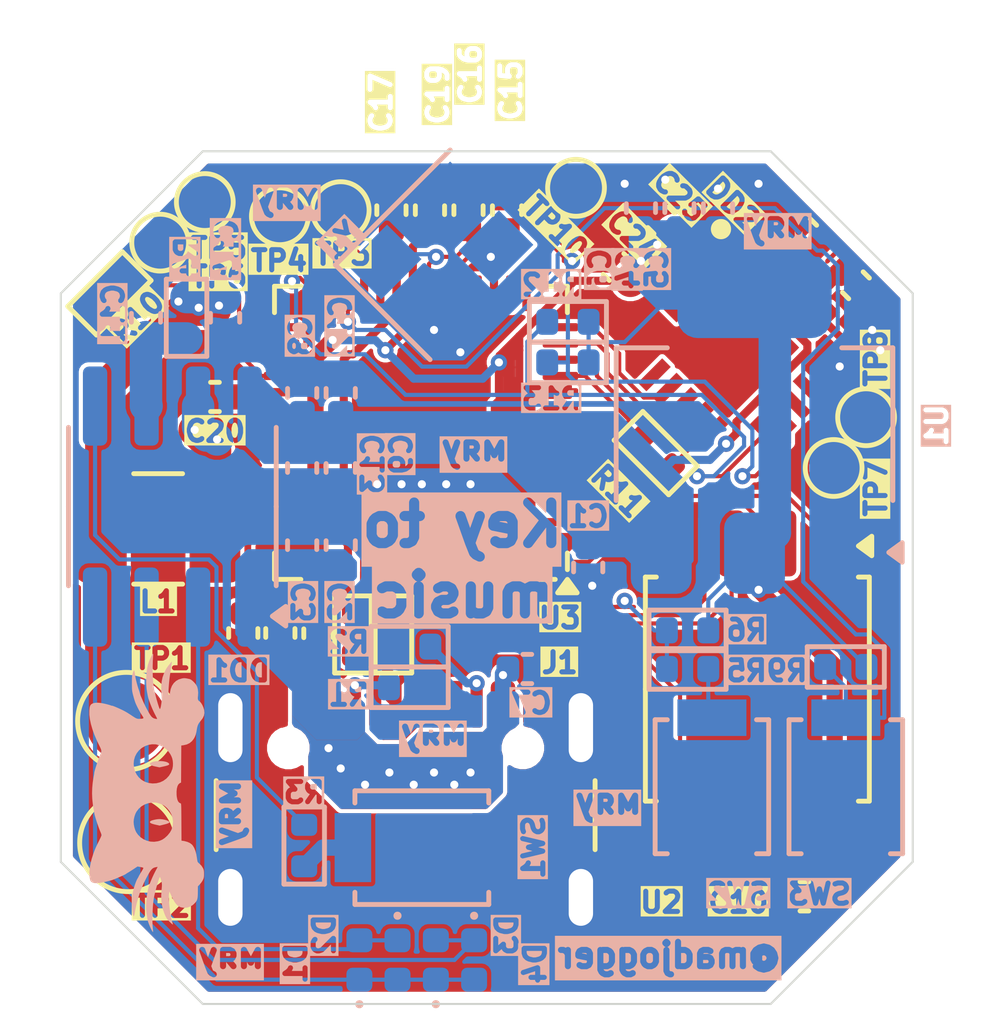
<source format=kicad_pcb>
(kicad_pcb (version 20241229) (generator "pcbnew") (generator_version "9.0")
  (layers (0 "F.Cu" signal) (2 "B.Cu" signal) (13 "F.Paste" user) (15 "B.Paste" user) (5 "F.SilkS" user "F.Silkscreen") (7 "B.SilkS" user "B.Silkscreen") (1 "F.Mask" user) (3 "B.Mask" user) (25 "Edge.Cuts" user))
  (net 0 "")
  (net 3 "Earth")
  (net 4 "+3.3V")
  (net 5 "+5V")
  (net 6 "+5V USB")
  (net 7 "Net-(D1-A)")
  (net 8 "Net-(D1-K)")
  (net 9 "Net-(DD1-BAT)")
  (net 10 "Net-(D3-A)")
  (net 11 "Net-(DD1-KEY)")
  (net 12 "Net-(DD1-SW)")
  (net 18 "Net-(C14-Pad1)")
  (net 19 "Net-(U3-XIN)")
  (net 20 "Net-(U3-XOUT)")
  (net 21 "Net-(U3-VREG_VOUT)")
  (net 22 "Net-(DD2-VREF)")
  (net 23 "MCLK")
  (net 24 "BCK")
  (net 25 "Net-(DD2-SPKOUT+)")
  (net 26 "DIN")
  (net 27 "SCL")
  (net 28 "SDA")
  (net 29 "WSEL")
  (net 30 "Net-(DD2-SPKOUT_-)")
  (net 31 "USB-")
  (net 32 "Net-(J1-CC1)")
  (net 33 "USB+")
  (net 34 "Net-(J1-CC2)")
  (net 35 "Net-(R3-Pad2)")
  (net 36 "Net-(U2-~{CS})")
  (net 37 "Net-(R5-Pad2)")
  (net 38 "Net-(U3-USB_DM)")
  (net 39 "Net-(U3-USB_DP)")
  (net 40 "Net-(U3-RUN)")
  (net 41 "Net-(R10-Pad1)")
  (net 42 "Net-(U3-GPIO8)")
  (net 43 "Net-(U3-SWCLK)")
  (net 44 "Net-(U3-SWD)")
  (net 45 "Net-(U2-~{WP}{slash}IO_{2})")
  (net 46 "Net-(U2-DO{slash}IO_{1})")
  (net 47 "Net-(U2-CLK)")
  (net 48 "Net-(U2-~{HOLD}{slash}~{RESET}{slash}IO_{3})")
  (net 49 "Net-(U2-DI{slash}IO_{0})")
  (net 70 "Net-(U3-GPIO21)")
  (net 71 "Net-(U3-GPIO20)")
  (footprint "Capacitor_SMD:C_0402_1005Metric" (layer "F.Cu") (at 160.3 105.05 180)
    (property "Reference" "C20")
    (property "Value" "22uF" (hide yes))
  )
  (footprint "Capacitor_SMD:C_0402_1005Metric" (layer "F.Cu") (at 174.83 117.35 180)
    (property "Reference" "C10")
    (property "Value" "100nF" (hide yes))
  )
  (footprint "Capacitor_SMD:C_0402_1005Metric" (layer "F.Cu") (at 170.2 101.85 -45)
    (property "Reference" "C24")
    (property "Value" "10uF" (hide yes))
  )
  (footprint "Capacitor_SMD:C_0402_1005Metric" (layer "F.Cu") (at 160.998178 110.864209 -90)
    (property "Reference" "C22" (hide yes))
    (property "Value" "22uF" (hide yes))
  )
  (footprint "Capacitor_SMD:C_0402_1005Metric" (layer "F.Cu") (at 165.6 100.45 90)
    (property "Reference" "C19")
    (property "Value" "22uF" (hide yes))
  )
  (footprint "Package_DFN_QFN:QFN-56-1EP_7x7mm_P0.4mm_EP3.2x3.2mm" (layer "F.Cu") (at 165.377693 105.933595 180)
    (property "Reference" "U3")
    (property "Value" "RP2040" (hide yes))
  )
  (footprint "Key-to-music:QFN50P400X400X80-21N" (layer "F.Cu") (at 173.215193 103.833595 -45)
    (property "Reference" "DD2")
    (property "Value" "NAU88C10" (hide yes))
  )
  (footprint "Capacitor_SMD:C_0402_1005Metric" (layer "F.Cu") (at 167.5 100.45 90)
    (property "Reference" "C15")
    (property "Value" "15pF" (hide yes))
  )
  (footprint "PCM_Resistor_SMD_AKL:R_0402_1005Metric" (layer "F.Cu") (at 163.75 110.9 -90)
    (property "Reference" "R7" (hide yes))
    (property "Value" "27R" (hide yes))
  )
  (footprint "TestPoint:TestPoint_Pad_D1.0mm" (layer "F.Cu") (at 169.2 99.9)
    (property "Reference" "TP10")
    (property "Value" "BTN-" (hide yes))
  )
  (footprint "Capacitor_SMD:C_0402_1005Metric" (layer "F.Cu") (at 162.849926 110.870558 90)
    (property "Reference" "C18" (hide yes))
    (property "Value" "22uF" (hide yes))
  )
  (footprint "TestPoint:TestPoint_Pad_D2.0mm" (layer "F.Cu") (at 158.165193 116.033595)
    (property "Reference" "TP2")
    (property "Value" "BAT-" (hide yes))
  )
  (footprint "Capacitor_SMD:C_0402_1005Metric" (layer "F.Cu") (at 171.3 100.7 -45)
    (property "Reference" "C25")
    (property "Value" "10uF" (hide yes))
  )
  (footprint "PCM_Resistor_SMD_AKL:R_0402_1005Metric" (layer "F.Cu") (at 171.165193 106.433595 135)
    (property "Reference" "R11")
    (property "Value" "0R" (hide yes))
  )
  (footprint "Capacitor_SMD:C_0402_1005Metric" (layer "F.Cu") (at 166.55 100.45 -90)
    (property "Reference" "C16")
    (property "Value" "15pF" (hide yes))
  )
  (footprint "PCM_Resistor_SMD_AKL:R_0402_1005Metric" (layer "F.Cu") (at 157.7 102.5 -135)
    (property "Reference" "R10")
    (property "Value" "220R" (hide yes))
  )
  (footprint "TestPoint:TestPoint_Pad_D1.0mm" (layer "F.Cu") (at 161.9 100.6)
    (property "Reference" "TP4")
    (property "Value" "SWD" (hide yes))
  )
  (footprint "Inductor_SMD:L_1210_3225Metric" (layer "F.Cu") (at 158.9 108.3 180)
    (property "Reference" "L1")
    (property "Value" "LQH32CN1R0M33L" (hide yes))
  )
  (footprint "Capacitor_SMD:C_0402_1005Metric" (layer "F.Cu") (at 164.65 100.45 -90)
    (property "Reference" "C17")
    (property "Value" "22uF" (hide yes))
  )
  (footprint "Connector_USB:USB_C_Receptacle_GCT_USB4105-xx-A_16P_TopMnt_Horizontal" (layer "F.Cu") (at 165 116.3)
    (property "Reference" "J1")
    (property "Value" "USB_C_Receptacle_USB2.0_16P" (hide yes))
  )
  (footprint "Capacitor_SMD:C_0402_1005Metric" (layer "F.Cu") (at 161.911781 110.863431 -90)
    (property "Reference" "C21" (hide yes))
    (property "Value" "22uF" (hide yes))
  )
  (footprint "TestPoint:TestPoint_Pad_D2.0mm" (layer "F.Cu") (at 158.115193 113.033595)
    (property "Reference" "TP1")
    (property "Value" "BAT+" (hide yes))
  )
  (footprint "TestPoint:TestPoint_Pad_D1.0mm" (layer "F.Cu") (at 175.55 106.8)
    (property "Reference" "TP7")
    (property "Value" "SP+" (hide yes))
  )
  (footprint "Capacitor_SMD:C_0402_1005Metric" (layer "F.Cu") (at 176.1 102.3 135)
    (property "Reference" "C26" (hide yes))
    (property "Value" "10uF" (hide yes))
  )
  (footprint "Package_SO:SOIC-8_5.3x5.3mm_P1.27mm" (layer "F.Cu") (at 173.670193 112.246095 -90)
    (property "Reference" "U2")
    (property "Value" "W25Q128JVS" (hide yes))
  )
  (footprint "TestPoint:TestPoint_Pad_D1.0mm" (layer "F.Cu") (at 158.95 101.25)
    (property "Reference" "TP6")
    (property "Value" "LED" (hide yes))
  )
  (footprint "Capacitor_SMD:C_0402_1005Metric" (layer "F.Cu") (at 174.8 101 135)
    (property "Reference" "C23" (hide yes))
    (property "Value" "10uF" (hide yes))
  )
  (footprint "TestPoint:TestPoint_Pad_D1.0mm" (layer "F.Cu") (at 160.05 100.25)
    (property "Reference" "TP5")
    (property "Value" "BTN" (hide yes))
  )
  (footprint "TestPoint:TestPoint_Pad_D1.0mm" (layer "F.Cu") (at 176.35 105.55)
    (property "Reference" "TP8")
    (property "Value" "SP-" (hide yes))
  )
  (footprint "TestPoint:TestPoint_Pad_D1.0mm" (layer "F.Cu") (at 163.4 100.45)
    (property "Reference" "TP3")
    (property "Value" "SWCLK" (hide yes))
  )
  (footprint "PCM_Resistor_SMD_AKL:R_0402_1005Metric" (layer "F.Cu") (at 164.65 110.9 -90)
    (property "Reference" "R8" (hide yes))
    (property "Value" "27R" (hide yes))
  )
  (footprint "Capacitor_SMD:C_0402_1005Metric" (layer "B.Cu") (at 172.7 100.4 90)
    (property "Reference" "C5")
    (property "Value" "10uF")
  )
  (footprint "PCM_Resistor_SMD_AKL:R_0402_1005Metric" (layer "B.Cu") (at 171.95 111.75)
    (property "Reference" "R5")
    (property "Value" "1K" (hide yes))
  )
  (footprint "PCM_Resistor_SMD_AKL:R_0402_1005Metric" (layer "B.Cu") (at 165.1 112.2)
    (property "Reference" "R1")
    (property "Value" "5.1K" (hide yes))
  )
  (footprint "LED_SMD:LED_0402_1005Metric" (layer "B.Cu") (at 163.860842 118.9175 90)
    (property "Reference" "D1")
    (property "Value" "LED")
  )
  (footprint "Crystal:Crystal_SMD_Abracon_ABM8G-4Pin_3.2x2.5mm" (layer "B.Cu") (at 165.85 101.55 45)
    (property "Reference" "Y1")
    (property "Value" "Crystal_GND24")
  )
  (footprint "Capacitor_SMD:C_0402_1005Metric" (layer "B.Cu") (at 162.45 104.95 -90)
    (property "Reference" "C8")
    (property "Value" "22uF")
  )
  (footprint "Button_Switch_SMD:SW_SPST_B3U-1000P" (layer "B.Cu") (at 172.55 114.65 90)
    (property "Reference" "SW2")
    (property "Value" "SW_Push")
  )
  (footprint "Capacitor_SMD:C_0402_1005Metric" (layer "B.Cu") (at 163.4 104.95 -90)
    (property "Reference" "C12")
    (property "Value" "22uF")
  )
  (footprint "PCM_Resistor_SMD_AKL:R_0402_1005Metric" (layer "B.Cu") (at 175.85 111.7)
    (property "Reference" "R9")
    (property "Value" "10K" (hide yes))
  )
  (footprint "PCM_Resistor_SMD_AKL:R_0402_1005Metric" (layer "B.Cu") (at 171.95 110.8)
    (property "Reference" "R6")
    (property "Value" "10K" (hide yes))
  )
  (footprint "PCM_Resistor_SMD_AKL:R_0402_1005Metric" (layer "B.Cu") (at 159.6 103.1 90)
    (property "Reference" "R4")
    (property "Value" "0.5R" (hide yes))
  )
  (footprint "Capacitor_SMD:C_0402_1005Metric" (layer "B.Cu") (at 162.45 108.7 90)
    (property "Reference" "C3")
    (property "Value" "22uF")
  )
  (footprint "Capacitor_SMD:C_0402_1005Metric" (layer "B.Cu") (at 162.45 106.8 90)
    (property "Reference" "C13")
    (property "Value" "22uF")
  )
  (footprint "Capacitor_SMD:C_0402_1005Metric" (layer "B.Cu") (at 168 111.75)
    (property "Reference" "C7")
    (property "Value" "22uF")
  )
  (footprint "Capacitor_SMD:C_0402_1005Metric" (layer "B.Cu") (at 163.4 108.7 90)
    (property "Reference" "C2")
    (property "Value" "22uF")
  )
  (footprint "Capacitor_SMD:C_0402_1005Metric" (layer "B.Cu") (at 163.4 106.8 90)
    (property "Reference" "C9")
    (property "Value" "22uF")
  )
  (footprint "PCM_Resistor_SMD_AKL:R_0402_1005Metric" (layer "B.Cu") (at 169 103.2)
    (property "Reference" "R12")
    (property "Value" "10K" (hide yes))
  )
  (footprint "LED_SMD:LED_0402_1005Metric" (layer "B.Cu") (at 164.8 118.9175 -90)
    (property "Reference" "D2")
    (property "Value" "LED")
  )
  (footprint "PCM_Resistor_SMD_AKL:R_0402_1005Metric" (layer "B.Cu") (at 165.1 111.2 180)
    (property "Reference" "R2")
    (property "Value" "5.1K" (hide yes))
  )
  (footprint "PCM_Resistor_SMD_AKL:R_0402_1005Metric" (layer "B.Cu") (at 169 104.2)
    (property "Reference" "R13")
    (property "Value" "10K" (hide yes))
  )
  (footprint "Package_SO:HSOP-8-1EP_3.9x4.9mm_P1.27mm_EP2.3x2.3mm" (layer "B.Cu") (at 159.25 107.75 90)
    (property "Reference" "DD1")
    (property "Value" "IP5306")
  )
  (footprint "Capacitor_SMD:C_0402_1005Metric" (layer "B.Cu") (at 171.75 100.4 90)
    (property "Reference" "C4")
    (property "Value" "22uF")
  )
  (footprint "LOGO" (layer "B.Cu") (at 158.6 114.8 -90)
    (property "Reference" "G***" (hide yes))
    (property "Value" "LOGO" (hide yes))
  )
  (footprint "LED_SMD:LED_0402_1005Metric" (layer "B.Cu") (at 165.745649 118.916405 90)
    (property "Reference" "D3")
    (property "Value" "LED")
  )
  (footprint "Capacitor_SMD:C_0402_1005Metric" (layer "B.Cu") (at 169.5 109.25 -90)
    (property "Reference" "C1")
    (property "Value" "22uF")
  )
  (footprint "PCM_Resistor_SMD_AKL:R_0402_1005Metric" (layer "B.Cu") (at 162.5 116.1 -90)
    (property "Reference" "R3")
    (property "Value" "10K" (hide yes))
  )
  (footprint "Package_TO_SOT_SMD:SOT-223-3_TabPin2" (layer "B.Cu") (at 173.6 105.75 90)
    (property "Reference" "U1")
    (property "Value" "AP1117-33")
  )
  (footprint "Capacitor_SMD:C_0402_1005Metric" (layer "B.Cu") (at 158.6 103.1 90)
    (property "Reference" "C11")
    (property "Value" "22uF")
  )
  (footprint "LED_SMD:LED_0402_1005Metric" (layer "B.Cu") (at 166.687804 118.9175 -90)
    (property "Reference" "D4")
    (property "Value" "LED")
  )
  (footprint "Capacitor_SMD:C_0402_1005Metric" (layer "B.Cu") (at 170.8 100.4 90)
    (property "Reference" "C6")
    (property "Value" "100nF")
  )
  (footprint "Button_Switch_SMD:SW_SPST_B3U-1000P" (layer "B.Cu") (at 165.4 116.15)
    (property "Reference" "SW1")
    (property "Value" "B3U1000P")
  )
  (footprint "Button_Switch_SMD:SW_SPST_B3U-1000P" (layer "B.Cu") (at 175.85 114.65 90)
    (property "Reference" "SW3")
    (property "Value" "SW_Push")
  )
  (footprint "Capacitor_SMD:C_0402_1005Metric" (layer "B.Cu") (at 160.55 103.1 -90)
    (property "Reference" "C14")
    (property "Value" "22uF")
  )
  (gr_line (start 156.5 102.5) (end 156.5 116.5) (stroke (width 0.05)) (layer "Edge.Cuts"))
  (gr_line (start 160 120) (end 174 120) (stroke (width 0.05)) (layer "Edge.Cuts"))
  (gr_line (start 156.5 116.5) (end 160 120) (stroke (width 0.05)) (layer "Edge.Cuts"))
  (gr_line (start 174 120) (end 177.5 116.5) (stroke (width 0.05)) (layer "Edge.Cuts"))
  (gr_line (start 174 99) (end 160 99) (stroke (width 0.05)) (layer "Edge.Cuts"))
  (gr_line (start 160 99) (end 156.5 102.5) (stroke (width 0.05)) (layer "Edge.Cuts"))
  (gr_line (start 177.5 116.5) (end 177.5 102.5) (stroke (width 0.05)) (layer "Edge.Cuts"))
  (gr_line (start 177.5 102.5) (end 174 99) (stroke (width 0.05)) (layer "Edge.Cuts"))
  (gr_text "мяу" (at 160.7 118.8 0) (layer "B.SilkS" knockout) (effects (font (size 0.6 0.6) (thickness 0.15) (bold yes)) (justify mirror)))
  (gr_text "мяу" (at 174.2 100.8 0) (layer "B.SilkS" knockout) (effects (font (size 0.6 0.6) (thickness 0.15) (bold yes)) (justify mirror)))
  (gr_text "Key to" (at 166.4 108.2 0) (layer "B.SilkS" knockout) (effects (font (size 1 1) (thickness 0.25) (bold yes)) (justify mirror)))
  (gr_text "music" (at 166.41745 109.932415 0) (layer "B.SilkS" knockout) (effects (font (size 1 1) (thickness 0.25) (bold yes)) (justify mirror)))
  (gr_text "@madjogger" (at 171.5 118.8 0) (layer "B.SilkS" knockout) (effects (font (size 0.6 0.6) (thickness 0.15) (bold yes)) (justify mirror)))
  (gr_text "мяу" (at 162.1 100.1 0) (layer "B.SilkS" knockout) (effects (font (size 0.6 0.6) (thickness 0.15) (bold yes)) (justify mirror)))
  (gr_text "мяу" (at 165.7 113.3 0) (layer "B.SilkS" knockout) (effects (font (size 0.6 0.6) (thickness 0.15) (bold yes)) (justify mirror)))
  (gr_text "мяу" (at 160.6 115.3 90) (layer "B.SilkS" knockout) (effects (font (size 0.6 0.6) (thickness 0.15) (bold yes)) (justify mirror)))
  (gr_text "мяу" (at 166.7 106.3 0) (layer "B.SilkS" knockout) (effects (font (size 0.6 0.6) (thickness 0.15) (bold yes)) (justify mirror)))
  (gr_text "мяу" (at 170 115 0) (layer "B.SilkS" knockout) (effects (font (size 0.6 0.6) (thickness 0.15) (bold yes)) (justify mirror)))
  (segment (start 165.377693 105.933595) (end 165.377693 103.722307) (width 0.2) (layer "F.Cu") (net 3))
  (segment (start 171.800979 103.833595) (end 173.215193 103.833595) (width 0.2) (layer "F.Cu") (net 3))
  (segment (start 170.641405 108.658595) (end 169.6 109.7) (width 0.4) (layer "F.Cu") (net 3))
  (segment (start 171.129228 103.161844) (end 171.800979 103.833595) (width 0.2) (layer "F.Cu") (net 3))
  (segment (start 166.349185 103.949185) (end 166.349185 103.406201) (width 0.2) (layer "F.Cu") (net 3))
  (segment (start 166.377693 103.377693) (end 166.377693 102.496095) (width 0.2) (layer "F.Cu") (net 3))
  (segment (start 165.377693 103.722307) (end 165.7 103.4) (width 0.2) (layer "F.Cu") (net 3))
  (segment (start 171.836335 102.454737) (end 173.215193 103.833595) (width 0.2) (layer "F.Cu") (net 3))
  (segment (start 166.377693 103.977693) (end 166.377693 104.933595) (width 0.2) (layer "F.Cu") (net 3))
  (segment (start 166.349185 103.406201) (end 166.377693 103.377693) (width 0.2) (layer "F.Cu") (net 3))
  (segment (start 175.301158 104.505346) (end 175.494654 104.505346) (width 0.4) (layer "F.Cu") (net 3))
  (segment (start 166.377693 104.933595) (end 165.377693 105.933595) (width 0.2) (layer "F.Cu") (net 3))
  (segment (start 171.765193 108.658595) (end 170.641405 108.658595) (width 0.4) (layer "F.Cu") (net 3))
  (segment (start 175.494654 104.505346) (end 175.7 104.3) (width 0.4) (layer "F.Cu") (net 3))
  (segment (start 166.349185 103.949185) (end 166.377693 103.977693) (width 0.2) (layer "F.Cu") (net 3))
  (via (at 169.6 109.7) (size 0.4) (drill 0.2) (layers "F.Cu" "B.Cu") (net 3))
  (via (at 176.7 103.9) (size 0.4) (drill 0.2) (layers "F.Cu" "B.Cu") (net 3))
  (via (at 175.7 104.3) (size 0.4) (drill 0.2) (layers "F.Cu" "B.Cu") (net 3))
  (via (at 164.3 107.2) (size 0.4) (drill 0.2) (layers "F.Cu" "B.Cu") (net 3))
  (via (at 170.4 99.8) (size 0.4) (drill 0.2) (layers "F.Cu" "B.Cu") (net 3))
  (via (at 164.9 107.2) (size 0.4) (drill 0.2) (layers "F.Cu" "B.Cu") (net 3))
  (via (at 172.7 99.92) (size 0.4) (drill 0.2) (layers "F.Cu" "B.Cu") (net 3))
  (via (at 176.5 103.4) (size 0.4) (drill 0.2) (layers "F.Cu" "B.Cu") (net 3))
  (via (at 171.4 99.7) (size 0.4) (drill 0.2) (layers "F.Cu" "B.Cu") (net 3))
  (via (at 166 107.2) (size 0.4) (drill 0.2) (layers "F.Cu" "B.Cu") (net 3))
  (via (at 166.349185 103.949185) (size 0.4) (drill 0.2) (layers "F.Cu" "B.Cu") (net 3))
  (via (at 165.4 107.2) (size 0.4) (drill 0.2) (layers "F.Cu" "B.Cu") (net 3))
  (via (at 173.7 99.8) (size 0.4) (drill 0.2) (layers "F.Cu" "B.Cu") (net 3))
  (via (at 165.7 103.4) (size 0.4) (drill 0.2) (layers "F.Cu" "B.Cu") (net 3))
  (via (at 166.6 107.2) (size 0.4) (drill 0.2) (layers "F.Cu" "B.Cu") (net 3))
  (segment (start 164.59 111.2) (end 164.61 111.2) (width 0.4) (layer "B.Cu") (net 3))
  (segment (start 164.61 111.2) (end 165.61 112.2) (width 0.4) (layer "B.Cu") (net 3))
  (segment (start 165.7 102.955635) (end 165.673223 102.928858) (width 0.2) (layer "B.Cu") (net 3))
  (segment (start 166.249185 103.949185) (end 165.7 103.4) (width 0.2) (layer "B.Cu") (net 3))
  (segment (start 165.7 103.4) (end 165.7 102.955635) (width 0.2) (layer "B.Cu") (net 3))
  (segment (start 169.6 109.7) (end 169.53 109.7) (width 0.4) (layer "B.Cu") (net 3))
  (segment (start 169.53 109.7) (end 169.5 109.73) (width 0.4) (layer "B.Cu") (net 3))
  (segment (start 166.349185 103.949185) (end 166.249185 103.949185) (width 0.2) (layer "B.Cu") (net 3))
  (segment (start 167.31656 104.18344) (end 167.31656 104.036112) (width 0.2) (layer "F.Cu") (net 4))
  (segment (start 162.777693 104.069907) (end 163.2 103.6476) (width 0.4) (layer "F.Cu") (net 4))
  (segment (start 162.580293 104.730995) (end 162.580293 104.267307) (width 0.2) (layer "F.Cu") (net 4))
  (segment (start 167.3 104.2) (end 167.31656 104.18344) (width 0.2) (layer "F.Cu") (net 4))
  (segment (start 162.580293 104.267307) (end 163.2 103.6476) (width 0.2) (layer "F.Cu") (net 4))
  (segment (start 167.8 104.8) (end 167.8 105.1) (width 0.2) (layer "F.Cu") (net 4))
  (segment (start 161.940193 104.933595) (end 160.896405 104.933595) (width 0.2) (layer "F.Cu") (net 4))
  (segment (start 160.896405 104.933595) (end 160.78 105.05) (width 0.2) (layer "F.Cu") (net 4))
  (segment (start 167.8 103.9) (end 167.8 104.8) (width 0.2) (layer "F.Cu") (net 4))
  (segment (start 171.482781 102.80829) (end 170.863902 102.189411) (width 0.2) (layer "F.Cu") (net 4))
  (segment (start 171.639411 101.550706) (end 171.639411 101.039411) (width 0.2) (layer "F.Cu") (net 4))
  (segment (start 167.3 104.5) (end 167.3 105) (width 0.2) (layer "F.Cu") (net 4))
  (segment (start 170.539411 102.189411) (end 169.163261 102.189411) (width 0.2) (layer "F.Cu") (net 4))
  (segment (start 167.3 104.2) (end 167.3 104.5) (width 0.2) (layer "F.Cu") (net 4))
  (segment (start 167.4 104.4) (end 167.5 104.5) (width 0.2) (layer "F.Cu") (net 4))
  (segment (start 161.940193 104.933595) (end 162.377693 104.933595) (width 0.2) (layer "F.Cu") (net 4))
  (segment (start 167.35 104.35) (end 167.4 104.4) (width 0.2) (layer "F.Cu") (net 4))
  (segment (start 175.575193 111.675193) (end 173.7 109.8) (width 0.4) (layer "F.Cu") (net 4))
  (segment (start 167.3 105) (end 167.4 105.1) (width 0.2) (layer "F.Cu") (net 4))
  (segment (start 167.3 104.5) (end 167.4 104.4) (width 0.2) (layer "F.Cu") (net 4))
  (segment (start 171.378822 101.3) (end 171.639411 101.039411) (width 0.8) (layer "F.Cu") (net 4))
  (segment (start 172.189888 102.101183) (end 171.639411 101.550706) (width 0.2) (layer "F.Cu") (net 4))
  (segment (start 167.6 104.6) (end 167.8 104.8) (width 0.2) (layer "F.Cu") (net 4))
  (segment (start 167.3 104.3) (end 167.35 104.35) (width 0.2) (layer "F.Cu") (net 4))
  (segment (start 167.31656 104.036112) (end 167.6 104.319552) (width 0.2) (layer "F.Cu") (net 4))
  (segment (start 167.552672 104.047328) (end 167.552672 104.052672) (width 0.2) (layer "F.Cu") (net 4))
  (segment (start 167.3 104.2) (end 167.3 104.3) (width 0.2) (layer "F.Cu") (net 4))
  (segment (start 167.5 104.5) (end 167.6 104.6) (width 0.2) (layer "F.Cu") (net 4))
  (segment (start 165.177693 101.352307) (end 165.177693 102.496095) (width 0.2) (layer "F.Cu") (net 4))
  (segment (start 170.863902 102.189411) (end 170.539411 102.189411) (width 0.2) (layer "F.Cu") (net 4))
  (segment (start 167.4 105.1) (end 167.5 105) (width 0.2) (layer "F.Cu") (net 4))
  (segment (start 165.6 100.93) (end 165.177693 101.352307) (width 0.2) (layer "F.Cu") (net 4))
  (segment (start 167.8 103.8) (end 167.8 103.9) (width 0.2) (layer "F.Cu") (net 4))
  (segment (start 167.8 103.552672) (end 167.8 103.8) (width 0.2) (layer "F.Cu") (net 4))
  (segment (start 169.163261 102.189411) (end 167.8 103.552672) (width 0.2) (layer "F.Cu") (net 4))
  (segment (start 165.177693 102.496095) (end 165.177693 103.222307) (width 0.2) (layer "F.Cu") (net 4))
  (segment (start 167.31656 104.036112) (end 167.31656 104.31656) (width 0.2) (layer "F.Cu") (net 4))
  (segment (start 165.177693 103.222307) (end 164.500815 103.899185) (width 0.2) (layer "F.Cu") (net 4))
  (segment (start 167.5 105) (end 167.5 104.5) (width 0.2) (layer "F.Cu") (net 4))
  (segment (start 171.028822 101.7) (end 170.539411 102.189411) (width 0.8) (layer "F.Cu") (net 4))
  (segment (start 171.028822 101.471178) (end 171.028822 101.7) (width 0.8) (layer "F.Cu") (net 4))
  (segment (start 167.552672 104.052672) (end 167.6 104.1) (width 0.2) (layer "F.Cu") (net 4))
  (segment (start 167.6 104.1) (end 167.6 104.319552) (width 0.2) (layer "F.Cu") (net 4))
  (segment (start 171.2 101.3) (end 171.028822 101.471178) (width 0.8) (layer "F.Cu") (net 4))
  (segment (start 167.8 103.9) (end 167.6 104.1) (width 0.2) (layer "F.Cu") (net 4))
  (segment (start 167.31656 104.036112) (end 167.8 103.552672) (width 0.2) (layer "F.Cu") (net 4))
  (segment (start 167.31656 104.31656) (end 167.35 104.35) (width 0.2) (layer "F.Cu") (net 4))
  (segment (start 175.575193 115.833595) (end 175.575193 111.675193) (width 0.4) (layer "F.Cu") (net 4))
  (segment (start 167.6 104.319552) (end 167.6 104.6) (width 0.2) (layer "F.Cu") (net 4))
  (segment (start 175.31 117.35) (end 175.31 116.098788) (width 0.4) (layer "F.Cu") (net 4))
  (segment (start 167.8 103.8) (end 167.552672 104.047328) (width 0.2) (layer "F.Cu") (net 4))
  (segment (start 162.777693 109.371095) (end 162.777693 104.069907) (width 0.4) (layer "F.Cu") (net 4))
  (segment (start 162.377693 104.933595) (end 162.580293 104.730995) (width 0.2) (layer "F.Cu") (net 4))
  (segment (start 175.31 116.098788) (end 175.575193 115.833595) (width 0.4) (layer "F.Cu") (net 4))
  (segment (start 171.2 101.3) (end 171.378822 101.3) (width 0.8) (layer "F.Cu") (net 4))
  (via (at 167.3 104.2) (size 0.4) (drill 0.2) (layers "F.Cu" "B.Cu") (net 4))
  (via (at 164.500815 103.899185) (size 0.4) (drill 0.2) (layers "F.Cu" "B.Cu") (net 4))
  (via (at 173.7 109.8) (size 0.4) (drill 0.2) (layers "F.Cu" "B.Cu") (net 4))
  (via (at 163.2 103.6476) (size 0.4) (drill 0.2) (layers "F.Cu" "B.Cu") (net 4))
  (via (at 171.2 101.3) (size 0.4) (drill 0.2) (layers "F.Cu" "B.Cu") (net 4))
  (via (at 170.8 101.7) (size 0.4) (drill 0.2) (layers "F.Cu" "B.Cu") (net 4))
  (segment (start 166.9 104.6) (end 165.20163 104.6) (width 0.2) (layer "B.Cu") (net 4))
  (segment (start 164.25503 103.6534) (end 164.500815 103.899185) (width 0.2) (layer "B.Cu") (net 4))
  (segment (start 173.7 109) (end 173.6 108.9) (width 0.4) (layer "B.Cu") (net 4))
  (segment (start 171.5 102.6) (end 173.6 102.6) (width 0.1016) (layer "B.Cu") (net 4))
  (segment (start 176.36 111.7) (end 173.6 108.94) (width 0.1016) (layer "B.Cu") (net 4))
  (segment (start 173.7 109.8) (end 173.7 109) (width 0.4) (layer "B.Cu") (net 4))
  (segment (start 165.20163 104.6) (end 164.500815 103.899185) (width 0.2) (layer "B.Cu") (net 4))
  (segment (start 163.2 103.6476) (end 163.2058 103.6534) (width 0.2) (layer "B.Cu") (net 4))
  (segment (start 172.46 110.8) (end 172.46 110.04) (width 0.1016) (layer "B.Cu") (net 4))
  (segment (start 163.2058 103.6534) (end 164.25503 103.6534) (width 0.2) (layer "B.Cu") (net 4))
  (segment (start 174.1 108.4) (end 173.6 108.9) (width 0.8) (layer "B.Cu") (net 4))
  (segment (start 169.51 103.7) (end 169.51 104.2) (width 0.1016) (layer "B.Cu") (net 4))
  (segment (start 173.6 102.6) (end 174.1 103.1) (width 0.8) (layer "B.Cu") (net 4))
  (segment (start 167.3 104.2) (end 166.9 104.6) (width 0.2) (layer "B.Cu") (net 4))
  (segment (start 170.4 103.7) (end 171.5 102.6) (width 0.1016) (layer "B.Cu") (net 4))
  (segment (start 169.51 103.2) (end 169.51 103.7) (width 0.1016) (layer "B.Cu") (net 4))
  (segment (start 173.6 108.94) (end 173.6 108.9) (width 0.1016) (layer "B.Cu") (net 4))
  (segment (start 172.46 110.04) (end 173.6 108.9) (width 0.1016) (layer "B.Cu") (net 4))
  (segment (start 174.1 103.1) (end 174.1 108.4) (width 0.8) (layer "B.Cu") (net 4))
  (segment (start 169.51 103.7) (end 170.4 103.7) (width 0.1016) (layer "B.Cu") (net 4))
  (segment (start 174.526521 103.229374) (end 174.947605 102.80829) (width 0.2) (layer "F.Cu") (net 5))
  (segment (start 174.526521 103.373479) (end 174.526521 103.229374) (width 0.2) (layer "F.Cu") (net 5))
  (segment (start 175.760589 101.960589) (end 175.760589 101.995306) (width 0.2) (layer "F.Cu") (net 5))
  (segment (start 172.8984 106.20326) (end 173.152628 105.949032) (width 0.2) (layer "F.Cu") (net 5))
  (segment (start 174.902717 103.917515) (end 174.902717 103.749675) (width 0.2) (layer "F.Cu") (net 5))
  (segment (start 173.152628 105.667604) (end 174.902717 103.917515) (width 0.2) (layer "F.Cu") (net 5))
  (segment (start 175.760589 101.995306) (end 174.947605 102.80829) (width 0.2) (layer "F.Cu") (net 5))
  (segment (start 173.152628 105.949032) (end 173.152628 105.667604) (width 0.2) (layer "F.Cu") (net 5))
  (segment (start 174.902717 103.749675) (end 174.526521 103.373479) (width 0.2) (layer "F.Cu") (net 5))
  (via (at 172.8984 106.20326) (size 0.4) (drill 0.2) (layers "F.Cu" "B.Cu") (net 5))
  (segment (start 172.8984 106.20326) (end 172.50166 106.6) (width 0.2) (layer "B.Cu") (net 5))
  (segment (start 171.6 106.6) (end 171.3 106.9) (width 0.2) (layer "B.Cu") (net 5))
  (segment (start 171.3 106.9) (end 171.3 108.9) (width 0.2) (layer "B.Cu") (net 5))
  (segment (start 172.50166 106.6) (end 171.6 106.6) (width 0.2) (layer "B.Cu") (net 5))
  (segment (start 167.4 112.62) (end 167.4 111.9) (width 0.4) (layer "F.Cu") (net 6))
  (via (at 167.4 111.9) (size 0.4) (drill 0.2) (layers "F.Cu" "B.Cu") (net 6))
  (via (at 165.2 114.6) (size 0.4) (drill 0.2) (layers "F.Cu" "B.Cu") (net 6))
  (via (at 165.7 114.3) (size 0.4) (drill 0.2) (layers "F.Cu" "B.Cu") (net 6))
  (via (at 163.1 113.7) (size 0.4) (drill 0.2) (layers "F.Cu" "B.Cu") (net 6))
  (via (at 164 114.6) (size 0.4) (drill 0.2) (layers "F.Cu" "B.Cu") (net 6))
  (via (at 164.6 114.3) (size 0.4) (drill 0.2) (layers "F.Cu" "B.Cu") (net 6))
  (via (at 166.2 114.6) (size 0.4) (drill 0.2) (layers "F.Cu" "B.Cu") (net 6))
  (via (at 166.6 114.3) (size 0.4) (drill 0.2) (layers "F.Cu" "B.Cu") (net 6))
  (via (at 163.4 114.2) (size 0.4) (drill 0.2) (layers "F.Cu" "B.Cu") (net 6))
  (segment (start 167.4 112.6) (end 167.3 112.7) (width 0.4) (layer "B.Cu") (net 6))
  (segment (start 167.4 111.9) (end 167.4 111.87) (width 0.4) (layer "B.Cu") (net 6))
  (segment (start 167.4 111.87) (end 167.52 111.75) (width 0.4) (layer "B.Cu") (net 6))
  (segment (start 167.4 111.9) (end 167.4 112.6) (width 0.4) (layer "B.Cu") (net 6))
  (segment (start 160.4 118.65) (end 163.643342 118.65) (width 0.1016) (layer "B.Cu") (net 7))
  (segment (start 159.885 118.135) (end 160.4 118.65) (width 0.1016) (layer "B.Cu") (net 7))
  (segment (start 159.885 110.225) (end 159.885 118.135) (width 0.1016) (layer "B.Cu") (net 7))
  (segment (start 163.643342 118.65) (end 163.860842 118.4325) (width 0.1016) (layer "B.Cu") (net 7))
  (segment (start 163.860842 118.4325) (end 164.8 118.4325) (width 0.1016) (layer "B.Cu") (net 7))
  (segment (start 160.3525 119.4025) (end 163.860842 119.4025) (width 0.1016) (layer "B.Cu") (net 8))
  (segment (start 157.345 116.395) (end 160.3525 119.4025) (width 0.1016) (layer "B.Cu") (net 8))
  (segment (start 157.345 110.225) (end 157.345 116.395) (width 0.1016) (layer "B.Cu") (net 8))
  (segment (start 163.860842 119.4025) (end 166.687804 119.4025) (width 0.1016) (layer "B.Cu") (net 8))
  (segment (start 158.63 103.61) (end 158.6 103.58) (width 0.8) (layer "B.Cu") (net 9))
  (segment (start 158.6 103.58) (end 158.6 105.26) (width 0.8) (layer "B.Cu") (net 9))
  (segment (start 158.6 105.26) (end 158.615 105.275) (width 0.8) (layer "B.Cu") (net 9))
  (segment (start 159.6 103.61) (end 158.63 103.61) (width 0.8) (layer "B.Cu") (net 9))
  (segment (start 166.687804 118.4325) (end 165.746744 118.4325) (width 0.1016) (layer "B.Cu") (net 10))
  (segment (start 165.746744 118.4325) (end 165.745649 118.431405) (width 0.1016) (layer "B.Cu") (net 10))
  (segment (start 160.266006 118.916006) (end 166.204298 118.916006) (width 0.1016) (layer "B.Cu") (net 10))
  (segment (start 158.615 110.225) (end 158.615 117.265) (width 0.1016) (layer "B.Cu") (net 10))
  (segment (start 166.204298 118.916006) (end 166.687804 118.4325) (width 0.1016) (layer "B.Cu") (net 10))
  (segment (start 158.615 117.265) (end 160.266006 118.916006) (width 0.1016) (layer "B.Cu") (net 10))
  (segment (start 162.5 115.59) (end 161.3334 114.4234) (width 0.1016) (layer "B.Cu") (net 11))
  (segment (start 160.3384 109.2418) (end 160.15 109.0534) (width 0.1016) (layer "B.Cu") (net 11))
  (segment (start 157.345 108.4518) (end 157.345 105.275) (width 0.1016) (layer "B.Cu") (net 11))
  (segment (start 160.15 109.0534) (end 157.9466 109.0534) (width 0.1016) (layer "B.Cu") (net 11))
  (segment (start 160.3384 110.81663) (end 160.3384 109.2418) (width 0.1016) (layer "B.Cu") (net 11))
  (segment (start 157.9466 109.0534) (end 157.345 108.4518) (width 0.1016) (layer "B.Cu") (net 11))
  (segment (start 161.3334 114.4234) (end 161.3334 111.81163) (width 0.1016) (layer "B.Cu") (net 11))
  (segment (start 161.3334 111.81163) (end 160.3384 110.81663) (width 0.1016) (layer "B.Cu") (net 11))
  (segment (start 160.3 106.3626) (end 159.8 105.8626) (width 0.8) (layer "F.Cu") (net 12))
  (segment (start 160.3 108.3) (end 160.3 106.3626) (width 0.8) (layer "F.Cu") (net 12))
  (via (at 159.8 105.8626) (size 0.4) (drill 0.2) (layers "F.Cu" "B.Cu") (net 12))
  (via (at 160.3524 106.0974) (size 0.4) (drill 0.2) (layers "F.Cu" "B.Cu") (net 12))
  (segment (start 160.1 106) (end 160.255 106) (width 0.8) (layer "B.Cu") (net 12))
  (segment (start 159.885 105.785) (end 160.1 106) (width 0.8) (layer "B.Cu") (net 12))
  (segment (start 160.255 106) (end 160.3524 106.0974) (width 0.8) (layer "B.Cu") (net 12))
  (segment (start 159.885 105.275) (end 159.885 105.785) (width 0.8) (layer "B.Cu") (net 12))
  (segment (start 159.5 102.9) (end 157.5 104.9) (width 0.8) (layer "F.Cu") (net 18))
  (segment (start 157.5 104.9) (end 157.5 108.3) (width 0.8) (layer "F.Cu") (net 18))
  (segment (start 157.5 112.418402) (end 158.115193 113.033595) (width 0.8) (layer "F.Cu") (net 18))
  (segment (start 160.3 102.9) (end 159.5 102.9) (width 0.8) (layer "F.Cu") (net 18))
  (segment (start 157.5 108.3) (end 157.5 112.418402) (width 0.8) (layer "F.Cu") (net 18))
  (via (at 159.9 102.8534) (size 0.4) (drill 0.2) (layers "F.Cu" "B.Cu") (net 18))
  (via (at 160.4 102.8) (size 0.4) (drill 0.2) (layers "F.Cu" "B.Cu") (net 18))
  (via (at 159.4 102.7) (size 0.4) (drill 0.2) (layers "F.Cu" "B.Cu") (net 18))
  (segment (start 160.52 102.59) (end 160.55 102.62) (width 0.8) (layer "B.Cu") (net 18))
  (segment (start 159.6 102.59) (end 160.52 102.59) (width 0.8) (layer "B.Cu") (net 18))
  (segment (start 167.1 101.6) (end 166.54725 101.6) (width 0.1016) (layer "F.Cu") (net 19))
  (segment (start 165.977693 102.169557) (end 165.977693 102.496095) (width 0.1016) (layer "F.Cu") (net 19))
  (segment (start 166.54725 101.6) (end 165.977693 102.169557) (width 0.1016) (layer "F.Cu") (net 19))
  (segment (start 167.5 100.93) (end 167.5 101.2) (width 0.1016) (layer "F.Cu") (net 19))
  (segment (start 167.5 101.2) (end 167.1 101.6) (width 0.1016) (layer "F.Cu") (net 19))
  (via (at 167.1 101.6) (size 0.4) (drill 0.2) (layers "F.Cu" "B.Cu") (net 19))
  (segment (start 167.228858 101.471142) (end 167.228858 101.373223) (width 0.1016) (layer "B.Cu") (net 19))
  (segment (start 167.1 101.6) (end 167.228858 101.471142) (width 0.1016) (layer "B.Cu") (net 19))
  (segment (start 166.55 101.3) (end 166.55 100.93) (width 0.1016) (layer "F.Cu") (net 20))
  (segment (start 165.577693 101.772307) (end 165.75 101.6) (width 0.1016) (layer "F.Cu") (net 20))
  (segment (start 166.25 101.6) (end 166.55 101.3) (width 0.1016) (layer "F.Cu") (net 20))
  (segment (start 165.577693 102.496095) (end 165.577693 101.772307) (width 0.1016) (layer "F.Cu") (net 20))
  (segment (start 165.75 101.6) (end 166.25 101.6) (width 0.1016) (layer "F.Cu") (net 20))
  (via (at 165.75 101.6) (size 0.4) (drill 0.2) (layers "F.Cu" "B.Cu") (net 20))
  (segment (start 165.614958 101.535042) (end 164.662877 101.535042) (width 0.1016) (layer "B.Cu") (net 20))
  (segment (start 165.75 101.6) (end 165.679916 101.6) (width 0.1016) (layer "B.Cu") (net 20))
  (segment (start 164.662877 101.535042) (end 164.471142 101.726777) (width 0.1016) (layer "B.Cu") (net 20))
  (segment (start 165.679916 101.6) (end 165.614958 101.535042) (width 0.1016) (layer "B.Cu") (net 20))
  (segment (start 164.777693 102.922307) (end 164.777693 102.496095) (width 0.2) (layer "F.Cu") (net 21))
  (segment (start 163.7 104) (end 164.777693 102.922307) (width 0.2) (layer "F.Cu") (net 21))
  (segment (start 164.65 100.93) (end 164.777693 101.057693) (width 0.2) (layer "F.Cu") (net 21))
  (segment (start 163.577693 109.796481) (end 163.577693 109.371095) (width 0.15) (layer "F.Cu") (net 21))
  (segment (start 164.777693 101.057693) (end 164.777693 102.496095) (width 0.2) (layer "F.Cu") (net 21))
  (segment (start 162.849926 110.390558) (end 163.321968 110.8626) (width 0.2) (layer "F.Cu") (net 21))
  (segment (start 163.475093 108.575093) (end 163.475093 104.124907) (width 0.2) (layer "F.Cu") (net 21))
  (segment (start 162.849926 110.390558) (end 162.983616 110.390558) (width 0.15) (layer "F.Cu") (net 21))
  (segment (start 163.475093 104.124907) (end 163.6 104) (width 0.2) (layer "F.Cu") (net 21))
  (segment (start 162.983616 110.390558) (end 163.577693 109.796481) (width 0.15) (layer "F.Cu") (net 21))
  (segment (start 163.577693 109.371095) (end 163.577693 108.677693) (width 0.2) (layer "F.Cu") (net 21))
  (segment (start 163.577693 108.677693) (end 163.475093 108.575093) (width 0.2) (layer "F.Cu") (net 21))
  (segment (start 164.97858 110.8626) (end 165.577693 110.263487) (width 0.2) (layer "F.Cu") (net 21))
  (segment (start 165.577693 110.263487) (end 165.577693 109.371095) (width 0.2) (layer "F.Cu") (net 21))
  (segment (start 163.321968 110.8626) (end 164.97858 110.8626) (width 0.2) (layer "F.Cu") (net 21))
  (segment (start 163.6 104) (end 163.7 104) (width 0.2) (layer "F.Cu") (net 21))
  (segment (start 174.594051 102.454737) (end 175.139411 101.909377) (width 0.2) (layer "F.Cu") (net 22))
  (segment (start 175.139411 101.909377) (end 175.139411 101.339411) (width 0.2) (layer "F.Cu") (net 22))
  (segment (start 172.400476 105.91956) (end 171.525817 106.794219) (width 0.1016) (layer "F.Cu") (net 23))
  (segment (start 172.543442 105.91956) (end 172.400476 105.91956) (width 0.1016) (layer "F.Cu") (net 23))
  (segment (start 169.715193 104.283595) (end 169.565193 104.133595) (width 0.1016) (layer "F.Cu") (net 24))
  (segment (start 171.428988 105.623086) (end 171.140205 105.623086) (width 0.1016) (layer "F.Cu") (net 24))
  (segment (start 169.715193 104.533595) (end 169.715193 104.283595) (width 0.1016) (layer "F.Cu") (net 24))
  (segment (start 171.578341 105.772439) (end 171.428988 105.623086) (width 0.1016) (layer "F.Cu") (net 24))
  (segment (start 172.189888 105.566007) (end 171.983456 105.772439) (width 0.1016) (layer "F.Cu") (net 24))
  (segment (start 171.140205 105.623086) (end 170.990851 105.473732) (width 0.1016) (layer "F.Cu") (net 24))
  (segment (start 170.65533 105.473732) (end 169.715193 104.533595) (width 0.1016) (layer "F.Cu") (net 24))
  (segment (start 169.565193 104.133595) (end 168.815193 104.133595) (width 0.1016) (layer "F.Cu") (net 24))
  (segment (start 171.983456 105.772439) (end 171.578341 105.772439) (width 0.1016) (layer "F.Cu") (net 24))
  (segment (start 170.990851 105.473732) (end 170.65533 105.473732) (width 0.1016) (layer "F.Cu") (net 24))
  (segment (start 175.2 106.45) (end 175.55 106.8) (width 0.2) (layer "F.Cu") (net 25))
  (segment (start 175.2 105.494064) (end 175.2 106.45) (width 0.2) (layer "F.Cu") (net 25))
  (segment (start 175.203237 105.114532) (end 175.203237 105.490827) (width 0.2) (layer "F.Cu") (net 25))
  (segment (start 175.203237 105.490827) (end 175.2 105.494064) (width 0.2) (layer "F.Cu") (net 25))
  (segment (start 174.947605 104.8589) (end 175.203237 105.114532) (width 0.2) (layer "F.Cu") (net 25))
  (segment (start 171.276349 105.065332) (end 170.871234 105.065332) (width 0.1016) (layer "F.Cu") (net 26))
  (segment (start 170.871234 105.065332) (end 170.265193 104.459291) (width 0.1016) (layer "F.Cu") (net 26))
  (segment (start 171.482781 104.8589) (end 171.276349 105.065332) (width 0.1016) (layer "F.Cu") (net 26))
  (segment (start 170.265193 103.983595) (end 169.615193 103.333595) (width 0.1016) (layer "F.Cu") (net 26))
  (segment (start 170.265193 104.459291) (end 170.265193 103.983595) (width 0.1016) (layer "F.Cu") (net 26))
  (segment (start 169.615193 103.333595) (end 168.815193 103.333595) (width 0.1016) (layer "F.Cu") (net 26))
  (segment (start 172.804904 107.0016) (end 172.182468 107.0016) (width 0.1016) (layer "F.Cu") (net 27))
  (segment (start 162.4 102.118402) (end 162.777693 102.496095) (width 0.1016) (layer "F.Cu") (net 27))
  (segment (start 173.886944 105.91956) (end 172.804904 107.0016) (width 0.1016) (layer "F.Cu") (net 27))
  (segment (start 162.2 102.2) (end 162.281598 102.118402) (width 0.1016) (layer "F.Cu") (net 27))
  (segment (start 162.281598 102.118402) (end 162.4 102.118402) (width 0.1016) (layer "F.Cu") (net 27))
  (via (at 162.2 102.2) (size 0.4) (drill 0.2) (layers "F.Cu" "B.Cu") (net 27))
  (via (at 172.182468 107.0016) (size 0.4) (drill 0.2) (layers "F.Cu" "B.Cu") (net 27))
  (segment (start 168 105) (end 172.3 105) (width 0.1016) (layer "B.Cu") (net 27))
  (segment (start 168 105) (end 165 105) (width 0.1016) (layer "B.Cu") (net 27))
  (segment (start 173.3424 106.0424) (end 173.3424 106.259044) (width 0.1016) (layer "B.Cu") (net 27))
  (segment (start 172.599844 107.0016) (end 172.182468 107.0016) (width 0.1016) (layer "B.Cu") (net 27))
  (segment (start 162.3 102.3) (end 162.2 102.2) (width 0.1016) (layer "B.Cu") (net 27))
  (segment (start 162.9 104) (end 162.3 103.4) (width 0.1016) (layer "B.Cu") (net 27))
  (segment (start 168 103.69) (end 168 105) (width 0.1016) (layer "B.Cu") (net 27))
  (segment (start 168.49 103.2) (end 168 103.69) (width 0.1016) (layer "B.Cu") (net 27))
  (segment (start 165 105) (end 164 104) (width 0.1016) (layer "B.Cu") (net 27))
  (segment (start 173.3424 106.259044) (end 172.599844 107.0016) (width 0.1016) (layer "B.Cu") (net 27))
  (segment (start 164 104) (end 162.9 104) (width 0.1016) (layer "B.Cu") (net 27))
  (segment (start 162.3 103.4) (end 162.3 102.3) (width 0.1016) (layer "B.Cu") (net 27))
  (segment (start 172.3 105) (end 173.3424 106.0424) (width 0.1016) (layer "B.Cu") (net 27))
  (segment (start 163.747788 99.7966) (end 164.354588 100.4034) (width 0.1016) (layer "F.Cu") (net 28))
  (segment (start 161.2466 100.329352) (end 161.779352 99.7966) (width 0.1016) (layer "F.Cu") (net 28))
  (segment (start 161.629352 101.2534) (end 161.2466 100.870648) (width 0.1016) (layer "F.Cu") (net 28))
  (segment (start 168.9 101.601188) (end 168.9 101.7) (width 0.1016) (layer "F.Cu") (net 28))
  (segment (start 167.702212 100.4034) (end 168.9 101.601188) (width 0.1016) (layer "F.Cu") (net 28))
  (segment (start 168.9 101.7) (end 169.1 101.7) (width 0.1016) (layer "F.Cu") (net 28))
  (segment (start 161.2466 100.870648) (end 161.2466 100.329352) (width 0.1016) (layer "F.Cu") (net 28))
  (segment (start 174.44693 106.177554) (end 173.622047 107.002437) (width 0.1016) (layer "F.Cu") (net 28))
  (segment (start 161.779352 99.7966) (end 163.747788 99.7966) (width 0.1016) (layer "F.Cu") (net 28))
  (segment (start 173.622047 107.002437) (end 173.302437 107.002437) (width 0.1016) (layer "F.Cu") (net 28))
  (segment (start 163.177693 102.496095) (end 163.177693 102.169557) (width 0.1016) (layer "F.Cu") (net 28))
  (segment (start 164.354588 100.4034) (end 167.702212 100.4034) (width 0.1016) (layer "F.Cu") (net 28))
  (segment (start 162.261536 101.2534) (end 161.629352 101.2534) (width 0.1016) (layer "F.Cu") (net 28))
  (segment (start 163.177693 102.169557) (end 162.261536 101.2534) (width 0.1016) (layer "F.Cu") (net 28))
  (segment (start 174.44693 105.772439) (end 174.44693 106.177554) (width 0.1016) (layer "F.Cu") (net 28))
  (segment (start 174.240498 105.566007) (end 174.44693 105.772439) (width 0.1016) (layer "F.Cu") (net 28))
  (via (at 173.302437 107.002437) (size 0.4) (drill 0.2) (layers "F.Cu" "B.Cu") (net 28))
  (via (at 169.1 101.7) (size 0.4) (drill 0.2) (layers "F.Cu" "B.Cu") (net 28))
  (segment (start 169 101.8) (end 169 104.2) (width 0.1016) (layer "B.Cu") (net 28))
  (segment (start 169 104.5) (end 169.1734 104.6734) (width 0.1016) (layer "B.Cu") (net 28))
  (segment (start 169 104.2) (end 169 104.5) (width 0.1016) (layer "B.Cu") (net 28))
  (segment (start 168.49 104.2) (end 169 104.2) (width 0.1016) (layer "B.Cu") (net 28))
  (segment (start 172.3734 104.6734) (end 173.5466 105.8466) (width 0.1016) (layer "B.Cu") (net 28))
  (segment (start 169.1734 104.6734) (end 172.3734 104.6734) (width 0.1016) (layer "B.Cu") (net 28))
  (segment (start 173.5466 105.8466) (end 173.5466 106.758274) (width 0.1016) (layer "B.Cu") (net 28))
  (segment (start 169.1 101.7) (end 169 101.8) (width 0.1016) (layer "B.Cu") (net 28))
  (segment (start 173.5466 106.758274) (end 173.302437 107.002437) (width 0.1016) (layer "B.Cu") (net 28))
  (segment (start 170.786652 105.269532) (end 171.075433 105.269532) (width 0.1016) (layer "F.Cu") (net 29))
  (segment (start 169.726411 103.733595) (end 169.976411 103.983595) (width 0.1016) (layer "F.Cu") (net 29))
  (segment (start 171.629902 105.418886) (end 171.836335 105.212453) (width 0.1016) (layer "F.Cu") (net 29))
  (segment (start 169.976411 104.459291) (end 170.786652 105.269532) (width 0.1016) (layer "F.Cu") (net 29))
  (segment (start 171.224787 105.418886) (end 171.629902 105.418886) (width 0.1016) (layer "F.Cu") (net 29))
  (segment (start 168.815193 103.733595) (end 169.726411 103.733595) (width 0.1016) (layer "F.Cu") (net 29))
  (segment (start 171.075433 105.269532) (end 171.224787 105.418886) (width 0.1016) (layer "F.Cu") (net 29))
  (segment (start 169.976411 103.983595) (end 169.976411 104.459291) (width 0.1016) (layer "F.Cu") (net 29))
  (segment (start 176.35 105.55) (end 176.35 104.210686) (width 0.2) (layer "F.Cu") (net 30))
  (segment (start 176.35 104.210686) (end 175.301158 103.161844) (width 0.2) (layer "F.Cu") (net 30))
  (segment (start 165.25 113.089664) (end 164.942064 113.3976) (width 0.2) (layer "F.Cu") (net 31))
  (segment (start 164.452601 113.3976) (end 164.25 113.194999) (width 0.2) (layer "F.Cu") (net 31))
  (segment (start 164.25 111.91) (end 163.75 111.41) (width 0.2) (layer "F.Cu") (net 31))
  (segment (start 164.25 112.62) (end 164.25 111.91) (width 0.2) (layer "F.Cu") (net 31))
  (segment (start 164.25 113.194999) (end 164.25 112.62) (width 0.2) (layer "F.Cu") (net 31))
  (segment (start 164.942064 113.3976) (end 164.452601 113.3976) (width 0.2) (layer "F.Cu") (net 31))
  (segment (start 165.25 112.62) (end 165.25 113.089664) (width 0.2) (layer "F.Cu") (net 31))
  (segment (start 163.75 112.15) (end 163.75 112.62) (width 0.2) (layer "F.Cu") (net 32))
  (via (at 163.75 112.15) (size 0.4) (drill 0.2) (layers "F.Cu" "B.Cu") (net 32))
  (segment (start 164.54 112.15) (end 164.59 112.2) (width 0.2) (layer "B.Cu") (net 32))
  (segment (start 163.75 112.15) (end 164.54 112.15) (width 0.2) (layer "B.Cu") (net 32))
  (segment (start 164.433971 111.666029) (end 164.433971 111.626029) (width 0.2) (layer "F.Cu") (net 33))
  (segment (start 164.6026 111.834658) (end 164.433971 111.666029) (width 0.2) (layer "F.Cu") (net 33))
  (segment (start 165.547399 111.8424) (end 165.057936 111.8424) (width 0.2) (layer "F.Cu") (net 33))
  (segment (start 164.6026 112.4726) (end 164.6026 111.834658) (width 0.2) (layer "F.Cu") (net 33))
  (segment (start 165.057936 111.8424) (end 164.75 112.150336) (width 0.2) (layer "F.Cu") (net 33))
  (segment (start 165.75 112.62) (end 165.75 112.045001) (width 0.2) (layer "F.Cu") (net 33))
  (segment (start 164.75 112.62) (end 164.6026 112.4726) (width 0.2) (layer "F.Cu") (net 33))
  (segment (start 164.75 112.150336) (end 164.75 112.62) (width 0.2) (layer "F.Cu") (net 33))
  (segment (start 165.75 112.045001) (end 165.547399 111.8424) (width 0.2) (layer "F.Cu") (net 33))
  (segment (start 164.433971 111.626029) (end 164.65 111.41) (width 0.2) (layer "F.Cu") (net 33))
  (segment (start 166.75 112.1) (end 166.75 112.62) (width 0.2) (layer "F.Cu") (net 34))
  (via (at 166.75 112.1) (size 0.4) (drill 0.2) (layers "F.Cu" "B.Cu") (net 34))
  (segment (start 166.51 112.1) (end 165.61 111.2) (width 0.2) (layer "B.Cu") (net 34))
  (segment (start 166.75 112.1) (end 166.75 112.2) (width 0.2) (layer "B.Cu") (net 34))
  (segment (start 166.75 112.1) (end 166.51 112.1) (width 0.2) (layer "B.Cu") (net 34))
  (segment (start 163.7 116.15) (end 162.96 116.15) (width 0.4) (layer "B.Cu") (net 35))
  (segment (start 162.96 116.15) (end 162.5 116.61) (width 0.4) (layer "B.Cu") (net 35))
  (segment (start 170.4 110.072795) (end 170.2518 110.220995) (width 0.1016) (layer "F.Cu") (net 36))
  (segment (start 168.237178 109.11161) (end 167.977693 109.371095) (width 0.1016) (layer "F.Cu") (net 36))
  (segment (start 168.352593 110.220995) (end 167.977693 109.846095) (width 0.1016) (layer "F.Cu") (net 36))
  (segment (start 170.2518 110.220995) (end 170.2 110.220995) (width 0.1016) (layer "F.Cu") (net 36))
  (segment (start 167.977693 109.846095) (end 167.977693 109.371095) (width 0.1016) (layer "F.Cu") (net 36))
  (segment (start 174.405093 107.488495) (end 171.141522 107.488495) (width 0.1016) (layer "F.Cu") (net 36))
  (segment (start 169.518408 109.11161) (end 168.237178 109.11161) (width 0.1016) (layer "F.Cu") (net 36))
  (segment (start 170.627793 110.220995) (end 170.2 110.220995) (width 0.1016) (layer "F.Cu") (net 36))
  (segment (start 170.2 110.220995) (end 168.352593 110.220995) (width 0.1016) (layer "F.Cu") (net 36))
  (segment (start 175.575193 108.658595) (end 174.405093 107.488495) (width 0.1016) (layer "F.Cu") (net 36))
  (segment (start 171.141522 107.488495) (end 169.518408 109.11161) (width 0.1016) (layer "F.Cu") (net 36))
  (via (at 170.4 110.072795) (size 0.4) (drill 0.2) (layers "F.Cu" "B.Cu") (net 36))
  (segment (start 171.44 110.8) (end 171.44 111.75) (width 0.1016) (layer "B.Cu") (net 36))
  (segment (start 171.44 110.8) (end 171.127205 110.8) (width 0.1016) (layer "B.Cu") (net 36))
  (segment (start 171.127205 110.8) (end 170.4 110.072795) (width 0.1016) (layer "B.Cu") (net 36))
  (segment (start 172.55 112.95) (end 172.55 112.65) (width 0.1016) (layer "B.Cu") (net 37))
  (segment (start 172.46 112.56) (end 172.46 111.75) (width 0.1016) (layer "B.Cu") (net 37))
  (segment (start 172.55 112.65) (end 172.46 112.56) (width 0.1016) (layer "B.Cu") (net 37))
  (segment (start 163.977693 109.371095) (end 163.977693 110.162307) (width 0.2) (layer "F.Cu") (net 38))
  (segment (start 163.977693 110.162307) (end 163.75 110.39) (width 0.2) (layer "F.Cu") (net 38))
  (segment (start 164.377693 110.117693) (end 164.65 110.39) (width 0.2) (layer "F.Cu") (net 39))
  (segment (start 164.377693 109.371095) (end 164.377693 110.117693) (width 0.2) (layer "F.Cu") (net 39))
  (segment (start 163.577693 103.2) (end 163.577693 102.496095) (width 0.1016) (layer "F.Cu") (net 40))
  (via (at 163.577693 103.2) (size 0.4) (drill 0.2) (layers "F.Cu" "B.Cu") (net 40))
  (segment (start 164.501414 103.4) (end 165.403999 104.302585) (width 0.1016) (layer "B.Cu") (net 40))
  (segment (start 168.7466 102.0534) (end 168.7466 101.553616) (width 0.1016) (layer "B.Cu") (net 40))
  (segment (start 176.1 110.9) (end 176.4 110.9) (width 0.1016) (layer "B.Cu") (net 40))
  (segment (start 173.7 100.4) (end 174.1 100.4) (width 0.1016) (layer "B.Cu") (net 40))
  (segment (start 175.6534 101.82208) (end 175.6534 103.37792) (width 0.1016) (layer "B.Cu") (net 40))
  (segment (start 175.27792 101.4466) (end 175.6534 101.82208) (width 0.1016) (layer "B.Cu") (net 40))
  (segment (start 175.85 112.95) (end 175.85 112.21) (width 0.1016) (layer "B.Cu") (net 40))
  (segment (start 175.85 112.21) (end 175.34 111.7) (width 0.1016) (layer "B.Cu") (net 40))
  (segment (start 176.8 112.9484) (end 176.7984 112.95) (width 0.1016) (layer "B.Cu") (net 40))
  (segment (start 174.8 104.23132) (end 174.8 109.6) (width 0.1016) (layer "B.Cu") (net 40))
  (segment (start 163.577693 103.2) (end 163.777693 103.4) (width 0.1016) (layer "B.Cu") (net 40))
  (segment (start 165.403999 104.302585) (end 166.497415 104.302585) (width 0.1016) (layer "B.Cu") (net 40))
  (segment (start 166.497415 104.302585) (end 168.7466 102.0534) (width 0.1016) (layer "B.Cu") (net 40))
  (segment (start 176.7984 112.95) (end 175.85 112.95) (width 0.1016) (layer "B.Cu") (net 40))
  (segment (start 169.900216 100.4) (end 173.7 100.4) (width 0.1016) (layer "B.Cu") (net 40))
  (segment (start 163.777693 103.4) (end 164.501414 103.4) (width 0.1016) (layer "B.Cu") (net 40))
  (segment (start 168.7466 101.553616) (end 169.900216 100.4) (width 0.1016) (layer "B.Cu") (net 40))
  (segment (start 176.4 110.9) (end 176.8 111.3) (width 0.1016) (layer "B.Cu") (net 40))
  (segment (start 174.8 109.6) (end 176.1 110.9) (width 0.1016) (layer "B.Cu") (net 40))
  (segment (start 175.1466 101.4466) (end 175.27792 101.4466) (width 0.1016) (layer "B.Cu") (net 40))
  (segment (start 176.8 111.3) (end 176.8 112.9484) (width 0.1016) (layer "B.Cu") (net 40))
  (segment (start 174.1 100.4) (end 175.1466 101.4466) (width 0.1016) (layer "B.Cu") (net 40))
  (segment (start 175.6534 103.37792) (end 174.8 104.23132) (width 0.1016) (layer "B.Cu") (net 40))
  (segment (start 158.060624 102.139376) (end 158.95 101.25) (width 0.1016) (layer "F.Cu") (net 41))
  (segment (start 169.426411 104.533595) (end 168.815193 104.533595) (width 0.1016) (layer "F.Cu") (net 42))
  (segment (start 170.495802 105.764204) (end 170.495802 105.602986) (width 0.1016) (layer "F.Cu") (net 42))
  (segment (start 170.495802 105.602986) (end 169.426411 104.533595) (width 0.1016) (layer "F.Cu") (net 42))
  (segment (start 170.804569 106.072971) (end 170.495802 105.764204) (width 0.1016) (layer "F.Cu") (net 42))
  (segment (start 163.4 100.45) (end 163.4 101.061218) (width 0.1016) (layer "F.Cu") (net 43))
  (segment (start 163.4 101.061218) (end 164.377693 102.038911) (width 0.1016) (layer "F.Cu") (net 43))
  (segment (start 164.377693 102.038911) (end 164.377693 102.496095) (width 0.1016) (layer "F.Cu") (net 43))
  (segment (start 162.65 101.35) (end 161.9 100.6) (width 0.1016) (layer "F.Cu") (net 44))
  (segment (start 163.4 101.35) (end 162.65 101.35) (width 0.1016) (layer "F.Cu") (net 44))
  (segment (start 163.977693 101.927693) (end 163.4 101.35) (width 0.1016) (layer "F.Cu") (net 44))
  (segment (start 163.977693 102.496095) (end 163.977693 101.927693) (width 0.1016) (layer "F.Cu") (net 44))
  (segment (start 173.035193 109.963595) (end 172.369393 110.629395) (width 0.1016) (layer "F.Cu") (net 45))
  (segment (start 167.710993 110.629395) (end 167.177693 110.096095) (width 0.1016) (layer "F.Cu") (net 45))
  (segment (start 167.177693 110.096095) (end 167.177693 109.371095) (width 0.1016) (layer "F.Cu") (net 45))
  (segment (start 173.035193 108.658595) (end 173.035193 109.963595) (width 0.1016) (layer "F.Cu") (net 45))
  (segment (start 172.369393 110.629395) (end 167.710993 110.629395) (width 0.1016) (layer "F.Cu") (net 45))
  (segment (start 167.577693 110.037695) (end 167.965193 110.425195) (width 0.1016) (layer "F.Cu") (net 46))
  (segment (start 171.973593 110.425195) (end 172.365193 110.033595) (width 0.1016) (layer "F.Cu") (net 46))
  (segment (start 172.737339 107.692695) (end 173.339293 107.692695) (width 0.1016) (layer "F.Cu") (net 46))
  (segment (start 173.339293 107.692695) (end 174.305193 108.658595) (width 0.1016) (layer "F.Cu") (net 46))
  (segment (start 167.965193 110.425195) (end 171.973593 110.425195) (width 0.1016) (layer "F.Cu") (net 46))
  (segment (start 172.365193 108.064841) (end 172.737339 107.692695) (width 0.1016) (layer "F.Cu") (net 46))
  (segment (start 172.365193 110.033595) (end 172.365193 108.064841) (width 0.1016) (layer "F.Cu") (net 46))
  (segment (start 167.577693 109.371095) (end 167.577693 110.037695) (width 0.1016) (layer "F.Cu") (net 46))
  (segment (start 170.130611 111.037795) (end 167.480611 111.037795) (width 0.1016) (layer "F.Cu") (net 47))
  (segment (start 173.035193 115.833595) (end 172.069293 116.799495) (width 0.1016) (layer "F.Cu") (net 47))
  (segment (start 166.377693 109.934877) (end 166.377693 109.371095) (width 0.1016) (layer "F.Cu") (net 47))
  (segment (start 171.515193 114.183595) (end 171.515193 112.422377) (width 0.1016) (layer "F.Cu") (net 47))
  (segment (start 171.215193 114.483595) (end 171.515193 114.183595) (width 0.1016) (layer "F.Cu") (net 47))
  (segment (start 167.480611 111.037795) (end 166.377693 109.934877) (width 0.1016) (layer "F.Cu") (net 47))
  (segment (start 171.215193 116.547349) (end 171.215193 114.483595) (width 0.1016) (layer "F.Cu") (net 47))
  (segment (start 171.515193 112.422377) (end 170.130611 111.037795) (width 0.1016) (layer "F.Cu") (net 47))
  (segment (start 171.467339 116.799495) (end 171.215193 116.547349) (width 0.1016) (layer "F.Cu") (net 47))
  (segment (start 172.069293 116.799495) (end 171.467339 116.799495) (width 0.1016) (layer "F.Cu") (net 47))
  (segment (start 165.977693 109.896095) (end 167.323593 111.241995) (width 0.1016) (layer "F.Cu") (net 48))
  (segment (start 171.010993 116.631931) (end 171.382757 117.003695) (width 0.1016) (layer "F.Cu") (net 48))
  (segment (start 165.977693 109.371095) (end 165.977693 109.896095) (width 0.1016) (layer "F.Cu") (net 48))
  (segment (start 173.135093 117.003695) (end 174.305193 115.833595) (width 0.1016) (layer "F.Cu") (net 48))
  (segment (start 171.310993 112.506959) (end 171.310993 114.099013) (width 0.1016) (layer "F.Cu") (net 48))
  (segment (start 171.310993 114.099013) (end 171.010993 114.399013) (width 0.1016) (layer "F.Cu") (net 48))
  (segment (start 170.046029 111.241995) (end 171.310993 112.506959) (width 0.1016) (layer "F.Cu") (net 48))
  (segment (start 171.382757 117.003695) (end 173.135093 117.003695) (width 0.1016) (layer "F.Cu") (net 48))
  (segment (start 167.323593 111.241995) (end 170.046029 111.241995) (width 0.1016) (layer "F.Cu") (net 48))
  (segment (start 171.010993 114.399013) (end 171.010993 116.631931) (width 0.1016) (layer "F.Cu") (net 48))
  (segment (start 171.765193 112.383595) (end 170.215193 110.833595) (width 0.1016) (layer "F.Cu") (net 49))
  (segment (start 171.765193 115.833595) (end 171.765193 112.383595) (width 0.1016) (layer "F.Cu") (net 49))
  (segment (start 170.215193 110.833595) (end 167.565193 110.833595) (width 0.1016) (layer "F.Cu") (net 49))
  (segment (start 166.777693 110.046095) (end 166.777693 109.371095) (width 0.1016) (layer "F.Cu") (net 49))
  (segment (start 167.565193 110.833595) (end 166.777693 110.046095) (width 0.1016) (layer "F.Cu") (net 49))
  (segment (start 160.5 102.3) (end 160.8958 102.6958) (width 0.1016) (layer "F.Cu") (net 70))
  (segment (start 160.8958 103.984582) (end 161.444813 104.533595) (width 0.1016) (layer "F.Cu") (net 70))
  (segment (start 157.543304 102.656696) (end 158.212792 102.656696) (width 0.1016) (layer "F.Cu") (net 70))
  (segment (start 158.569488 102.3) (end 160.5 102.3) (width 0.1016) (layer "F.Cu") (net 70))
  (segment (start 161.444813 104.533595) (end 161.940193 104.533595) (width 0.1016) (layer "F.Cu") (net 70))
  (segment (start 157.339376 102.860624) (end 157.543304 102.656696) (width 0.1016) (layer "F.Cu") (net 70))
  (segment (start 160.8958 102.6958) (end 160.8958 103.984582) (width 0.1016) (layer "F.Cu") (net 70))
  (segment (start 158.212792 102.656696) (end 158.569488 102.3) (width 0.1016) (layer "F.Cu") (net 70))
  (segment (start 160.05 101.1) (end 161.1 102.15) (width 0.1016) (layer "F.Cu") (net 71))
  (segment (start 161.1 103.9) (end 161.333595 104.133595) (width 0.1016) (layer "F.Cu") (net 71))
  (segment (start 161.1 102.15) (end 161.1 103.9) (width 0.1016) (layer "F.Cu") (net 71))
  (segment (start 160.05 100.25) (end 160.05 101.1) (width 0.1016) (layer "F.Cu") (net 71))
  (segment (start 161.333595 104.133595) (end 161.940193 104.133595) (width 0.1016) (layer "F.Cu") (net 71))
  (zone (net 4) (net_name "+3.3V") (layer "F.Cu") (priority 5) (connect_pads yes (clearance 0.1016)) (min_thickness 0.1016) (fill yes (thermal_gap 0.5) (thermal_bridge_width 0.5))
    (polygon (pts (xy 161.6 108.4) (xy 161.3 108.7) (xy 161.3 109.9) (xy 161.1 110.1) (xy 161.1 110.6) (xy 161.2 110.7) (xy 162 110.7) (xy 162.2 110.5) (xy 162.2 110) (xy 162.4 109.8) (xy 163.1 109.8) (xy 163.2 109.7) (xy 163.2 108.9) (xy 162.7 108.4)))
  )
  (zone (net 4) (net_name "+3.3V") (layer "F.Cu") (priority 4) (connect_pads yes (clearance 0.1016)) (min_thickness 0.1016) (fill yes (thermal_gap 0.5) (thermal_bridge_width 0.5))
    (polygon (pts (xy 169.1 104.7) (xy 169.1 105.1) (xy 168.3 105.1) (xy 168.2 105.2) (xy 168.2 108.2) (xy 168.4 108.4) (xy 169.2 108.4) (xy 169.3 108.5) (xy 169.3 108.6) (xy 169 108.9) (xy 165.5 108.9) (xy 165.4 109) (xy 165.4 109.8) (xy 165.3 109.9) (xy 164.7 109.9) (xy 164.6 109.8) (xy 164.6 108.3) (xy 165.2 107.7) (xy 167 107.7) (xy 167.1 107.6) (xy 167.1 105.2) (xy 167.6 104.7)))
  )
  (zone (net 3) (net_name "Earth") (layers "F.Cu" "B.Cu") (connect_pads yes (clearance 0.1016)) (min_thickness 0.1016) (fill yes (thermal_gap 0.5) (thermal_bridge_width 0.5))
    (polygon (pts (xy 160.1 119.8) (xy 156.7 116.4) (xy 156.7 102.6) (xy 160.1 99.2) (xy 173.9 99.2) (xy 177.3 102.6) (xy 177.3 116.5) (xy 174 119.8)))
  )
  (zone (net 6) (net_name "+5V USB") (layers "F.Cu" "B.Cu") (connect_pads yes (clearance 0.1016)) (min_thickness 0.1016) (fill yes (thermal_gap 0.5) (thermal_bridge_width 0.5))
    (polygon (pts (xy 162.2 112.2) (xy 162.2 113.1) (xy 162.6 113.7) (xy 162.6 114.4) (xy 163.4 115.2) (xy 167 115.2) (xy 167.4 114.8) (xy 167.4 113.5) (xy 167.8 113.1) (xy 167.8 112.4) (xy 167.7 112.3) (xy 167.1 112.3) (xy 167 112.4) (xy 167 113.2) (xy 166.9 113.3) (xy 165.3 113.3) (xy 165 113.6) (xy 164.3 113.6) (xy 164 113.3) (xy 163 113.3) (xy 163 112.2) (xy 162.9 112.1) (xy 162.3 112.1)))
  )
  (zone (net 4) (net_name "+3.3V") (layer "B.Cu") (priority 3) (connect_pads yes (clearance 0.1016)) (min_thickness 0.1016) (fill yes (thermal_gap 0.5) (thermal_bridge_width 0.5))
    (polygon (pts (xy 170.5 100.8) (xy 170.5 102.2) (xy 171.2 102.9) (xy 174.5 102.9) (xy 175.5 101.9) (xy 174.3 100.7) (xy 170.6 100.7)))
  )
  (zone (net 6) (net_name "+5V USB") (layer "B.Cu") (priority 1) (connect_pads yes (clearance 0.1016)) (min_thickness 0.1016) (fill yes (thermal_gap 0.5) (thermal_bridge_width 0.5))
    (polygon (pts (xy 160.8 109.1) (xy 160.8 110.9) (xy 162.2 112.3) (xy 162.2 112.9) (xy 162.8 113.5) (xy 163.8 113.5) (xy 164 113.3) (xy 164 112.6) (xy 163.9 112.5) (xy 163.6 112.5) (xy 163.4 112.3) (xy 163.4 109.9) (xy 163.8 109.5) (xy 163.8 109.1) (xy 163.5 108.8) (xy 161.1 108.8)))
  )
  (zone (net 5) (net_name "+5V") (layer "B.Cu") (priority 2) (connect_pads yes (clearance 0.1016)) (min_thickness 0.1016) (fill yes (thermal_gap 0.5) (thermal_bridge_width 0.5))
    (polygon (pts (xy 161 104.4) (xy 161 106.2) (xy 161.5 106.7) (xy 167.3 106.7) (xy 169.1 108.5) (xy 169.1 108.8) (xy 169.3 109) (xy 170.4 109) (xy 170.7 109.3) (xy 171.9 109.3) (xy 172.1 109.1) (xy 172.1 107.3) (xy 170.2 105.4) (xy 162.3 105.4) (xy 161.3 104.4)))
  )
)
</source>
